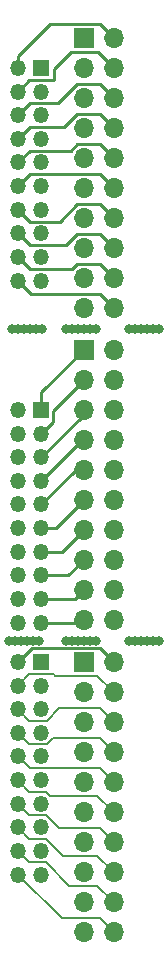
<source format=gbr>
%TF.GenerationSoftware,KiCad,Pcbnew,5.1.10*%
%TF.CreationDate,2021-05-25T21:42:46+02:00*%
%TF.ProjectId,ebaz_200to254,6562617a-5f32-4303-9074-6f3235342e6b,rev?*%
%TF.SameCoordinates,Original*%
%TF.FileFunction,Copper,L2,Bot*%
%TF.FilePolarity,Positive*%
%FSLAX46Y46*%
G04 Gerber Fmt 4.6, Leading zero omitted, Abs format (unit mm)*
G04 Created by KiCad (PCBNEW 5.1.10) date 2021-05-25 21:42:46*
%MOMM*%
%LPD*%
G01*
G04 APERTURE LIST*
%TA.AperFunction,ComponentPad*%
%ADD10R,1.350000X1.350000*%
%TD*%
%TA.AperFunction,ComponentPad*%
%ADD11O,1.350000X1.350000*%
%TD*%
%TA.AperFunction,ComponentPad*%
%ADD12R,1.700000X1.700000*%
%TD*%
%TA.AperFunction,ComponentPad*%
%ADD13O,1.700000X1.700000*%
%TD*%
%TA.AperFunction,ViaPad*%
%ADD14C,0.800000*%
%TD*%
%TA.AperFunction,Conductor*%
%ADD15C,0.250000*%
%TD*%
%TA.AperFunction,Conductor*%
%ADD16C,0.200000*%
%TD*%
G04 APERTURE END LIST*
D10*
%TO.P,J1,1*%
%TO.N,N/C*%
X135096000Y-85852000D03*
D11*
%TO.P,J1,2*%
X133096000Y-85852000D03*
%TO.P,J1,3*%
X135096000Y-87852000D03*
%TO.P,J1,4*%
X133096000Y-87852000D03*
%TO.P,J1,5*%
X135096000Y-89852000D03*
%TO.P,J1,6*%
X133096000Y-89852000D03*
%TO.P,J1,7*%
X135096000Y-91852000D03*
%TO.P,J1,8*%
X133096000Y-91852000D03*
%TO.P,J1,9*%
X135096000Y-93852000D03*
%TO.P,J1,10*%
X133096000Y-93852000D03*
%TO.P,J1,11*%
X135096000Y-95852000D03*
%TO.P,J1,12*%
X133096000Y-95852000D03*
%TO.P,J1,13*%
X135096000Y-97852000D03*
%TO.P,J1,14*%
X133096000Y-97852000D03*
%TO.P,J1,15*%
X135096000Y-99852000D03*
%TO.P,J1,16*%
X133096000Y-99852000D03*
%TO.P,J1,17*%
X135096000Y-101852000D03*
%TO.P,J1,18*%
X133096000Y-101852000D03*
%TO.P,J1,19*%
X135096000Y-103852000D03*
%TO.P,J1,20*%
X133096000Y-103852000D03*
%TD*%
D12*
%TO.P,J2,1*%
%TO.N,N/C*%
X138684000Y-85852000D03*
D13*
%TO.P,J2,2*%
X141224000Y-85852000D03*
%TO.P,J2,3*%
X138684000Y-88392000D03*
%TO.P,J2,4*%
X141224000Y-88392000D03*
%TO.P,J2,5*%
X138684000Y-90932000D03*
%TO.P,J2,6*%
X141224000Y-90932000D03*
%TO.P,J2,7*%
X138684000Y-93472000D03*
%TO.P,J2,8*%
X141224000Y-93472000D03*
%TO.P,J2,9*%
X138684000Y-96012000D03*
%TO.P,J2,10*%
X141224000Y-96012000D03*
%TO.P,J2,11*%
X138684000Y-98552000D03*
%TO.P,J2,12*%
X141224000Y-98552000D03*
%TO.P,J2,13*%
X138684000Y-101092000D03*
%TO.P,J2,14*%
X141224000Y-101092000D03*
%TO.P,J2,15*%
X138684000Y-103632000D03*
%TO.P,J2,16*%
X141224000Y-103632000D03*
%TO.P,J2,17*%
X138684000Y-106172000D03*
%TO.P,J2,18*%
X141224000Y-106172000D03*
%TO.P,J2,19*%
X138684000Y-108712000D03*
%TO.P,J2,20*%
X141224000Y-108712000D03*
%TD*%
%TO.P,J2,20*%
%TO.N,N/C*%
X141224000Y-82296000D03*
%TO.P,J2,19*%
X138684000Y-82296000D03*
%TO.P,J2,18*%
X141224000Y-79756000D03*
%TO.P,J2,17*%
X138684000Y-79756000D03*
%TO.P,J2,16*%
X141224000Y-77216000D03*
%TO.P,J2,15*%
X138684000Y-77216000D03*
%TO.P,J2,14*%
X141224000Y-74676000D03*
%TO.P,J2,13*%
X138684000Y-74676000D03*
%TO.P,J2,12*%
X141224000Y-72136000D03*
%TO.P,J2,11*%
X138684000Y-72136000D03*
%TO.P,J2,10*%
X141224000Y-69596000D03*
%TO.P,J2,9*%
X138684000Y-69596000D03*
%TO.P,J2,8*%
X141224000Y-67056000D03*
%TO.P,J2,7*%
X138684000Y-67056000D03*
%TO.P,J2,6*%
X141224000Y-64516000D03*
%TO.P,J2,5*%
X138684000Y-64516000D03*
%TO.P,J2,4*%
X141224000Y-61976000D03*
%TO.P,J2,3*%
X138684000Y-61976000D03*
%TO.P,J2,2*%
X141224000Y-59436000D03*
D12*
%TO.P,J2,1*%
X138684000Y-59436000D03*
%TD*%
D11*
%TO.P,J1,20*%
%TO.N,N/C*%
X133096000Y-82516000D03*
%TO.P,J1,19*%
X135096000Y-82516000D03*
%TO.P,J1,18*%
X133096000Y-80516000D03*
%TO.P,J1,17*%
X135096000Y-80516000D03*
%TO.P,J1,16*%
X133096000Y-78516000D03*
%TO.P,J1,15*%
X135096000Y-78516000D03*
%TO.P,J1,14*%
X133096000Y-76516000D03*
%TO.P,J1,13*%
X135096000Y-76516000D03*
%TO.P,J1,12*%
X133096000Y-74516000D03*
%TO.P,J1,11*%
X135096000Y-74516000D03*
%TO.P,J1,10*%
X133096000Y-72516000D03*
%TO.P,J1,9*%
X135096000Y-72516000D03*
%TO.P,J1,8*%
X133096000Y-70516000D03*
%TO.P,J1,7*%
X135096000Y-70516000D03*
%TO.P,J1,6*%
X133096000Y-68516000D03*
%TO.P,J1,5*%
X135096000Y-68516000D03*
%TO.P,J1,4*%
X133096000Y-66516000D03*
%TO.P,J1,3*%
X135096000Y-66516000D03*
%TO.P,J1,2*%
X133096000Y-64516000D03*
D10*
%TO.P,J1,1*%
X135096000Y-64516000D03*
%TD*%
D13*
%TO.P,J2,20*%
%TO.N,/D20*%
X141224000Y-55880000D03*
%TO.P,J2,19*%
%TO.N,/D19*%
X138684000Y-55880000D03*
%TO.P,J2,18*%
%TO.N,/D18*%
X141224000Y-53340000D03*
%TO.P,J2,17*%
%TO.N,/D17*%
X138684000Y-53340000D03*
%TO.P,J2,16*%
%TO.N,/D16*%
X141224000Y-50800000D03*
%TO.P,J2,15*%
%TO.N,/D15*%
X138684000Y-50800000D03*
%TO.P,J2,14*%
%TO.N,/D14*%
X141224000Y-48260000D03*
%TO.P,J2,13*%
%TO.N,/D13*%
X138684000Y-48260000D03*
%TO.P,J2,12*%
%TO.N,/D12*%
X141224000Y-45720000D03*
%TO.P,J2,11*%
%TO.N,/D11*%
X138684000Y-45720000D03*
%TO.P,J2,10*%
%TO.N,/D10*%
X141224000Y-43180000D03*
%TO.P,J2,9*%
%TO.N,/D9*%
X138684000Y-43180000D03*
%TO.P,J2,8*%
%TO.N,/D8*%
X141224000Y-40640000D03*
%TO.P,J2,7*%
%TO.N,/D7*%
X138684000Y-40640000D03*
%TO.P,J2,6*%
%TO.N,/D6*%
X141224000Y-38100000D03*
%TO.P,J2,5*%
%TO.N,/D5*%
X138684000Y-38100000D03*
%TO.P,J2,4*%
%TO.N,GND*%
X141224000Y-35560000D03*
%TO.P,J2,3*%
X138684000Y-35560000D03*
%TO.P,J2,2*%
%TO.N,+12V*%
X141224000Y-33020000D03*
D12*
%TO.P,J2,1*%
X138684000Y-33020000D03*
%TD*%
D11*
%TO.P,J1,20*%
%TO.N,/D20*%
X133096000Y-53560000D03*
%TO.P,J1,19*%
%TO.N,/D19*%
X135096000Y-53560000D03*
%TO.P,J1,18*%
%TO.N,/D18*%
X133096000Y-51560000D03*
%TO.P,J1,17*%
%TO.N,/D17*%
X135096000Y-51560000D03*
%TO.P,J1,16*%
%TO.N,/D16*%
X133096000Y-49560000D03*
%TO.P,J1,15*%
%TO.N,/D15*%
X135096000Y-49560000D03*
%TO.P,J1,14*%
%TO.N,/D14*%
X133096000Y-47560000D03*
%TO.P,J1,13*%
%TO.N,/D13*%
X135096000Y-47560000D03*
%TO.P,J1,12*%
%TO.N,/D12*%
X133096000Y-45560000D03*
%TO.P,J1,11*%
%TO.N,/D11*%
X135096000Y-45560000D03*
%TO.P,J1,10*%
%TO.N,/D10*%
X133096000Y-43560000D03*
%TO.P,J1,9*%
%TO.N,/D9*%
X135096000Y-43560000D03*
%TO.P,J1,8*%
%TO.N,/D8*%
X133096000Y-41560000D03*
%TO.P,J1,7*%
%TO.N,/D7*%
X135096000Y-41560000D03*
%TO.P,J1,6*%
%TO.N,/D6*%
X133096000Y-39560000D03*
%TO.P,J1,5*%
%TO.N,/D5*%
X135096000Y-39560000D03*
%TO.P,J1,4*%
%TO.N,GND*%
X133096000Y-37560000D03*
%TO.P,J1,3*%
X135096000Y-37560000D03*
%TO.P,J1,2*%
%TO.N,+12V*%
X133096000Y-35560000D03*
D10*
%TO.P,J1,1*%
X135096000Y-35560000D03*
%TD*%
D14*
%TO.N,*%
X132588000Y-57658000D03*
X133096000Y-57658000D03*
X133604000Y-57658000D03*
X134112000Y-57658000D03*
X134620000Y-57658000D03*
X135128000Y-57658000D03*
X145034000Y-57658000D03*
X144526000Y-57658000D03*
X144018000Y-57658000D03*
X143510000Y-57658000D03*
X143002000Y-57658000D03*
X142494000Y-57658000D03*
X132334000Y-84074000D03*
X132842000Y-84074000D03*
X133350000Y-84074000D03*
X133858000Y-84074000D03*
X134366000Y-84074000D03*
X134874000Y-84074000D03*
X145034000Y-84074000D03*
X144526000Y-84074000D03*
X144018000Y-84074000D03*
X143510000Y-84074000D03*
X143002000Y-84074000D03*
X142494000Y-84074000D03*
X138176000Y-84074000D03*
X138684000Y-84074000D03*
X139192000Y-84074000D03*
X139700000Y-84074000D03*
X137668000Y-84074000D03*
X137160000Y-84074000D03*
X137160000Y-57658000D03*
X137668000Y-57658000D03*
X138176000Y-57658000D03*
X138684000Y-57658000D03*
X139192000Y-57658000D03*
X139700000Y-57658000D03*
%TD*%
D15*
%TO.N,*%
X135096000Y-64516000D02*
X135096000Y-63024000D01*
X135096000Y-63024000D02*
X138684000Y-59436000D01*
X136096001Y-64563999D02*
X138684000Y-61976000D01*
X136096001Y-65515999D02*
X136096001Y-64563999D01*
X135096000Y-66516000D02*
X136096001Y-65515999D01*
X138684000Y-64928000D02*
X138684000Y-64516000D01*
X135096000Y-68516000D02*
X138684000Y-64928000D01*
X138556000Y-67056000D02*
X138684000Y-67056000D01*
X135096000Y-70516000D02*
X138556000Y-67056000D01*
X135096000Y-72516000D02*
X138016000Y-69596000D01*
X138016000Y-69596000D02*
X138684000Y-69596000D01*
X136304000Y-74516000D02*
X138684000Y-72136000D01*
X135096000Y-74516000D02*
X136304000Y-74516000D01*
X136844000Y-76516000D02*
X138684000Y-74676000D01*
X135096000Y-76516000D02*
X136844000Y-76516000D01*
X137384000Y-78516000D02*
X138684000Y-77216000D01*
X135096000Y-78516000D02*
X137384000Y-78516000D01*
X135096000Y-80516000D02*
X137924000Y-80516000D01*
X137924000Y-80516000D02*
X138684000Y-79756000D01*
X135096000Y-82516000D02*
X138464000Y-82516000D01*
X138464000Y-82516000D02*
X138684000Y-82296000D01*
D16*
X141224000Y-108712000D02*
X140073999Y-107561999D01*
X140073999Y-107561999D02*
X136805999Y-107561999D01*
X136805999Y-107561999D02*
X133096000Y-103852000D01*
X139834001Y-104782001D02*
X137469003Y-104782001D01*
X134071001Y-102827001D02*
X133096000Y-101852000D01*
X137469003Y-104782001D02*
X135514003Y-102827001D01*
X141224000Y-106172000D02*
X139834001Y-104782001D01*
X135514003Y-102827001D02*
X134071001Y-102827001D01*
X139834001Y-102242001D02*
X136929003Y-102242001D01*
X141224000Y-103632000D02*
X139834001Y-102242001D01*
X134071001Y-100827001D02*
X133096000Y-99852000D01*
X135514003Y-100827001D02*
X134071001Y-100827001D01*
X136929003Y-102242001D02*
X135514003Y-100827001D01*
X135514003Y-98827001D02*
X134071001Y-98827001D01*
X136629001Y-99941999D02*
X135514003Y-98827001D01*
X140073999Y-99941999D02*
X136629001Y-99941999D01*
X134071001Y-98827001D02*
X133096000Y-97852000D01*
X141224000Y-101092000D02*
X140073999Y-99941999D01*
X141224000Y-98552000D02*
X139834001Y-97162001D01*
X135514003Y-96827001D02*
X134071001Y-96827001D01*
X139834001Y-97162001D02*
X135849003Y-97162001D01*
X135849003Y-97162001D02*
X135514003Y-96827001D01*
X134071001Y-96827001D02*
X133096000Y-95852000D01*
X141224000Y-96012000D02*
X140073999Y-94861999D01*
X134105999Y-94861999D02*
X133096000Y-93852000D01*
X140073999Y-94861999D02*
X134105999Y-94861999D01*
X140073999Y-92321999D02*
X136069003Y-92321999D01*
X141224000Y-93472000D02*
X140073999Y-92321999D01*
X135564001Y-92827001D02*
X134071001Y-92827001D01*
X134071001Y-92827001D02*
X133096000Y-91852000D01*
X136069003Y-92321999D02*
X135564001Y-92827001D01*
X134071001Y-90827001D02*
X133096000Y-89852000D01*
X135564001Y-90827001D02*
X134071001Y-90827001D01*
X140073999Y-89781999D02*
X136609003Y-89781999D01*
X136609003Y-89781999D02*
X135564001Y-90827001D01*
X141224000Y-90932000D02*
X140073999Y-89781999D01*
X139834001Y-87002001D02*
X141224000Y-88392000D01*
X136278001Y-87002001D02*
X139834001Y-87002001D01*
X133096000Y-87852000D02*
X134080000Y-86868000D01*
X134080000Y-86868000D02*
X136144000Y-86868000D01*
X136144000Y-86868000D02*
X136278001Y-87002001D01*
D15*
X141224000Y-85852000D02*
X140050010Y-84678010D01*
X134269990Y-84678010D02*
X133096000Y-85852000D01*
X140050010Y-84678010D02*
X134269990Y-84678010D01*
%TO.N,GND*%
X133096000Y-37560000D02*
X134080000Y-36576000D01*
X134080000Y-36576000D02*
X136144000Y-36576000D01*
X136144000Y-35625000D02*
X137573999Y-34195001D01*
X136144000Y-36576000D02*
X136144000Y-35625000D01*
X139859001Y-34195001D02*
X141224000Y-35560000D01*
X137573999Y-34195001D02*
X139859001Y-34195001D01*
%TO.N,+12V*%
X133096000Y-35560000D02*
X133096000Y-34544000D01*
X133096000Y-34544000D02*
X135793990Y-31846010D01*
X140050010Y-31846010D02*
X141224000Y-33020000D01*
X135793990Y-31846010D02*
X140050010Y-31846010D01*
%TO.N,/D20*%
X140048999Y-54704999D02*
X141224000Y-55880000D01*
X134240999Y-54704999D02*
X140048999Y-54704999D01*
X133096000Y-53560000D02*
X134240999Y-54704999D01*
%TO.N,/D18*%
X140048999Y-52164999D02*
X141224000Y-53340000D01*
X138119999Y-52164999D02*
X140048999Y-52164999D01*
X137724998Y-52560000D02*
X138119999Y-52164999D01*
X134096000Y-52560000D02*
X137724998Y-52560000D01*
X133096000Y-51560000D02*
X134096000Y-52560000D01*
%TO.N,/D16*%
X140048999Y-49624999D02*
X141224000Y-50800000D01*
X138119999Y-49624999D02*
X140048999Y-49624999D01*
X137184998Y-50560000D02*
X138119999Y-49624999D01*
X134096000Y-50560000D02*
X137184998Y-50560000D01*
X133096000Y-49560000D02*
X134096000Y-50560000D01*
%TO.N,/D14*%
X140048999Y-47084999D02*
X141224000Y-48260000D01*
X138119999Y-47084999D02*
X140048999Y-47084999D01*
X136644998Y-48560000D02*
X138119999Y-47084999D01*
X134096000Y-48560000D02*
X136644998Y-48560000D01*
X133096000Y-47560000D02*
X134096000Y-48560000D01*
%TO.N,/D12*%
X138119999Y-44544999D02*
X140048999Y-44544999D01*
X140048999Y-44544999D02*
X141224000Y-45720000D01*
X138104998Y-44560000D02*
X138119999Y-44544999D01*
X134096000Y-44560000D02*
X138104998Y-44560000D01*
X133096000Y-45560000D02*
X134096000Y-44560000D01*
%TO.N,/D10*%
X140048999Y-42004999D02*
X141224000Y-43180000D01*
X138119999Y-42004999D02*
X140048999Y-42004999D01*
X137564998Y-42560000D02*
X138119999Y-42004999D01*
X134096000Y-42560000D02*
X137564998Y-42560000D01*
X133096000Y-43560000D02*
X134096000Y-42560000D01*
%TO.N,/D8*%
X140048999Y-39464999D02*
X141224000Y-40640000D01*
X138119999Y-39464999D02*
X140048999Y-39464999D01*
X137024998Y-40560000D02*
X138119999Y-39464999D01*
X134096000Y-40560000D02*
X137024998Y-40560000D01*
X133096000Y-41560000D02*
X134096000Y-40560000D01*
%TO.N,/D6*%
X138119999Y-36924999D02*
X140048999Y-36924999D01*
X140048999Y-36924999D02*
X141224000Y-38100000D01*
X136484998Y-38560000D02*
X138119999Y-36924999D01*
X134096000Y-38560000D02*
X136484998Y-38560000D01*
X133096000Y-39560000D02*
X134096000Y-38560000D01*
%TD*%
M02*

</source>
